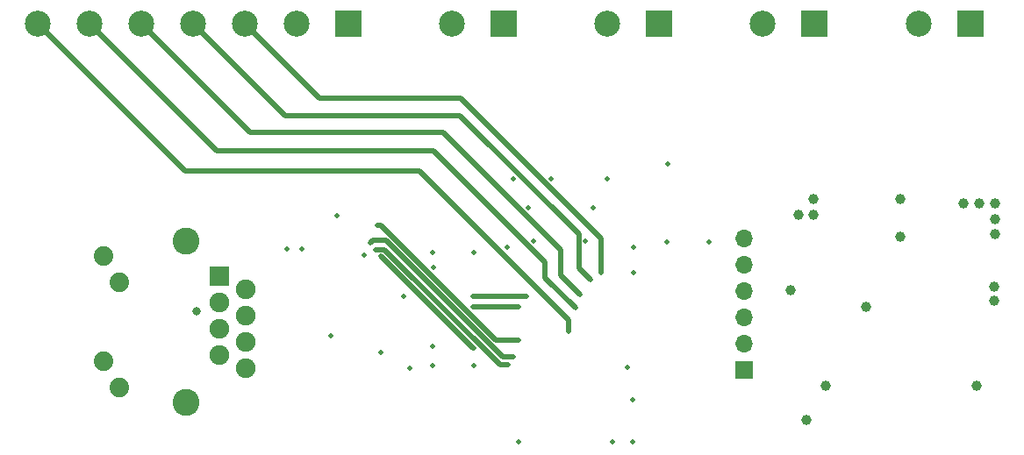
<source format=gbr>
G04 #@! TF.GenerationSoftware,KiCad,Pcbnew,5.1.5-52549c5~86~ubuntu18.04.1*
G04 #@! TF.CreationDate,2020-04-16T21:51:48+01:00*
G04 #@! TF.ProjectId,accesscontrol,61636365-7373-4636-9f6e-74726f6c2e6b,rev?*
G04 #@! TF.SameCoordinates,Original*
G04 #@! TF.FileFunction,Copper,L4,Bot*
G04 #@! TF.FilePolarity,Positive*
%FSLAX46Y46*%
G04 Gerber Fmt 4.6, Leading zero omitted, Abs format (unit mm)*
G04 Created by KiCad (PCBNEW 5.1.5-52549c5~86~ubuntu18.04.1) date 2020-04-16 21:51:48*
%MOMM*%
%LPD*%
G04 APERTURE LIST*
%ADD10C,2.500000*%
%ADD11R,2.500000X2.500000*%
%ADD12R,1.900000X1.900000*%
%ADD13C,1.900000*%
%ADD14C,1.890000*%
%ADD15C,2.600000*%
%ADD16O,1.700000X1.700000*%
%ADD17R,1.700000X1.700000*%
%ADD18C,0.500000*%
%ADD19C,0.800000*%
%ADD20C,1.000000*%
%ADD21C,0.500000*%
G04 APERTURE END LIST*
D10*
X158000000Y-71400000D03*
D11*
X163000000Y-71400000D03*
D10*
X128000000Y-71400000D03*
D11*
X133000000Y-71400000D03*
D10*
X113000000Y-71400000D03*
D11*
X118000000Y-71400000D03*
D10*
X73000000Y-71400000D03*
X78000000Y-71400000D03*
X83000000Y-71400000D03*
X88000000Y-71400000D03*
X93000000Y-71400000D03*
X98000000Y-71400000D03*
D11*
X103000000Y-71400000D03*
D10*
X143000000Y-71400000D03*
D11*
X148000000Y-71400000D03*
D12*
X90600000Y-95800000D03*
D13*
X93140000Y-97070000D03*
X90600000Y-98340000D03*
X93140000Y-99610000D03*
X90600000Y-100880000D03*
X93140000Y-102150000D03*
X90600000Y-103420000D03*
X93140000Y-104690000D03*
D14*
X80880000Y-106570000D03*
X79360000Y-104030000D03*
X80880000Y-96460000D03*
X79360000Y-93920000D03*
D15*
X87310000Y-92470000D03*
X87310000Y-108020000D03*
D16*
X141200000Y-92200000D03*
X141200000Y-94740000D03*
X141200000Y-97280000D03*
X141200000Y-99820000D03*
X141200000Y-102360000D03*
D17*
X141200000Y-104900000D03*
D18*
X137800000Y-92500000D03*
D19*
X88400000Y-99200000D03*
D18*
X104500000Y-93800000D03*
X118300000Y-93000000D03*
X111100000Y-93500000D03*
X111100000Y-104500000D03*
X130500000Y-93000000D03*
X120900000Y-92400000D03*
X129900000Y-104600000D03*
X125900000Y-92400000D03*
X130500000Y-95500000D03*
X130400000Y-111800000D03*
X101900000Y-90000000D03*
X101287500Y-101612500D03*
X106112500Y-103187500D03*
X98500000Y-93200000D03*
X128500000Y-111800000D03*
X111100000Y-102600000D03*
X111200000Y-95000000D03*
X119400000Y-111800000D03*
X108900000Y-104700000D03*
X122600000Y-86400000D03*
X128000000Y-86400000D03*
D20*
X147900000Y-89900000D03*
X147900000Y-88400000D03*
X146400000Y-89900000D03*
D18*
X133800000Y-85000000D03*
D20*
X156300000Y-88400000D03*
X156300000Y-92000000D03*
X153000000Y-98800000D03*
X165400000Y-88800000D03*
X165400000Y-90300000D03*
X165400000Y-91800000D03*
X163900000Y-88800000D03*
X162400000Y-88800000D03*
X163600000Y-106400000D03*
X147200000Y-109700000D03*
X145700000Y-97200000D03*
D18*
X118900000Y-86400000D03*
D20*
X149100000Y-106400000D03*
X165300000Y-96800000D03*
X165300000Y-98200000D03*
D18*
X115100000Y-93500000D03*
X115100000Y-104500000D03*
X133700000Y-92500000D03*
X97100000Y-93200000D03*
X130400000Y-107800000D03*
X120400000Y-89200000D03*
X126600000Y-89200000D03*
X108300000Y-97800000D03*
X105800000Y-90900000D03*
X119400000Y-102000000D03*
X124300000Y-101200000D03*
X124900000Y-98900000D03*
X125400000Y-97600000D03*
X126400000Y-96200000D03*
X127400000Y-95500000D03*
X105100000Y-92600000D03*
X118900000Y-103600000D03*
X105600000Y-93300000D03*
X118400000Y-104400000D03*
X106100000Y-93900000D03*
X115100000Y-102800000D03*
X115000000Y-98800000D03*
X119400000Y-98800000D03*
X115000000Y-97800000D03*
X120200000Y-97800000D03*
D21*
X119046447Y-102000000D02*
X119400000Y-102000000D01*
X117253553Y-102000000D02*
X119046447Y-102000000D01*
X106153553Y-90900000D02*
X117253553Y-102000000D01*
X105800000Y-90900000D02*
X106153553Y-90900000D01*
X109900000Y-85700000D02*
X124300000Y-100100000D01*
X73000000Y-71400000D02*
X87300000Y-85700000D01*
X124300000Y-100100000D02*
X124300000Y-101200000D01*
X87300000Y-85700000D02*
X109900000Y-85700000D01*
X78000000Y-71400000D02*
X90300000Y-83700000D01*
X111237998Y-83700000D02*
X122000000Y-94462002D01*
X90300000Y-83700000D02*
X111237998Y-83700000D01*
X122000000Y-96000000D02*
X124900000Y-98900000D01*
X122000000Y-94462002D02*
X122000000Y-96000000D01*
X83000000Y-71400000D02*
X93500000Y-81900000D01*
X112137998Y-81900000D02*
X123500000Y-93262002D01*
X93500000Y-81900000D02*
X112137998Y-81900000D01*
X123500000Y-95700000D02*
X125400000Y-97600000D01*
X123500000Y-93262002D02*
X123500000Y-95700000D01*
X88000000Y-71400000D02*
X96900000Y-80300000D01*
X125249999Y-95049999D02*
X126150001Y-95950001D01*
X125249999Y-91787997D02*
X125249999Y-95049999D01*
X126150001Y-95950001D02*
X126400000Y-96200000D01*
X113762002Y-80300000D02*
X125249999Y-91787997D01*
X96900000Y-80300000D02*
X113762002Y-80300000D01*
X93000000Y-71400000D02*
X100200000Y-78600000D01*
X127400000Y-95146447D02*
X127400000Y-95500000D01*
X127400000Y-92162002D02*
X127400000Y-95146447D01*
X113837998Y-78600000D02*
X127400000Y-92162002D01*
X100200000Y-78600000D02*
X113837998Y-78600000D01*
X105349999Y-92350001D02*
X106650001Y-92350001D01*
X105100000Y-92600000D02*
X105349999Y-92350001D01*
X117900000Y-103600000D02*
X118900000Y-103600000D01*
X106650001Y-92350001D02*
X117900000Y-103600000D01*
X117619252Y-104400000D02*
X118400000Y-104400000D01*
X106469244Y-93249992D02*
X117619252Y-104400000D01*
X105600000Y-93300000D02*
X105737998Y-93300000D01*
X105788006Y-93249992D02*
X106469244Y-93249992D01*
X105737998Y-93300000D02*
X105788006Y-93249992D01*
X115000000Y-102800000D02*
X115100000Y-102800000D01*
X106100000Y-93900000D02*
X115000000Y-102800000D01*
X115000000Y-98800000D02*
X119400000Y-98800000D01*
X115353553Y-97800000D02*
X120200000Y-97800000D01*
X115000000Y-97800000D02*
X115353553Y-97800000D01*
M02*

</source>
